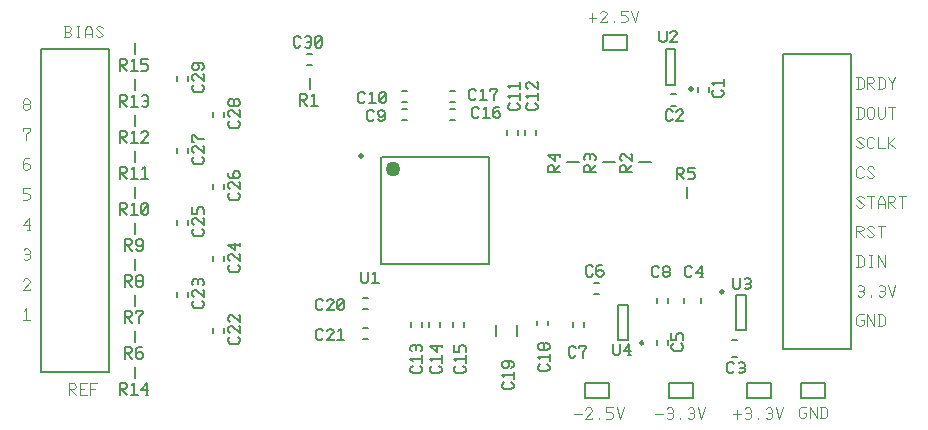
<source format=gbr>
G04 Generated by Ultiboard 14.2 *
%FSLAX24Y24*%
%MOIN*%

%ADD10C,0.0001*%
%ADD11C,0.0080*%
%ADD12C,0.0037*%
%ADD13C,0.0061*%
%ADD14C,0.0079*%
%ADD15C,0.0098*%
%ADD16C,0.01969*%
%ADD17C,0.05000*%


G04 ColorRGB FFFF00 for the following layer *
%LNSilkscreen Top*%
%LPD*%
G54D10*
G54D11*
X3708Y1652D02*
X3708Y2046D01*
X3865Y2046D01*
X3944Y1967D01*
X3944Y1928D01*
X3865Y1849D01*
X3708Y1849D01*
X3748Y1849D02*
X3944Y1652D01*
X4100Y1967D02*
X4179Y2046D01*
X4179Y1652D01*
X4061Y1652D02*
X4296Y1652D01*
X4649Y1809D02*
X4414Y1809D01*
X4610Y2046D01*
X4610Y1652D01*
X4571Y1652D02*
X4649Y1652D01*
X4200Y2597D02*
X4200Y2203D01*
X4200Y2597D01*
X4200Y2203D02*
X4200Y2203D01*
X4200Y2597D02*
X4200Y2597D01*
X3332Y2406D02*
X3332Y13194D01*
X1068Y13194D01*
X1068Y2406D01*
X3332Y2406D01*
X3885Y2852D02*
X3885Y3246D01*
X4042Y3246D01*
X4120Y3167D01*
X4120Y3128D01*
X4042Y3049D01*
X3885Y3049D01*
X3924Y3049D02*
X4120Y2852D01*
X4434Y3246D02*
X4316Y3246D01*
X4238Y3167D01*
X4238Y3009D01*
X4238Y2931D01*
X4316Y2852D01*
X4394Y2852D01*
X4473Y2931D01*
X4473Y3009D01*
X4394Y3088D01*
X4316Y3088D01*
X4238Y3009D01*
X4200Y3797D02*
X4200Y3403D01*
X4200Y3797D01*
X4200Y3403D02*
X4200Y3403D01*
X4200Y3797D02*
X4200Y3797D01*
X7626Y3595D02*
X7705Y3517D01*
X7705Y3438D01*
X7626Y3359D01*
X7390Y3359D01*
X7311Y3438D01*
X7311Y3517D01*
X7390Y3595D01*
X7390Y3713D02*
X7311Y3792D01*
X7311Y3871D01*
X7390Y3950D01*
X7429Y3950D01*
X7705Y3713D01*
X7705Y3950D01*
X7665Y3950D01*
X7390Y4068D02*
X7311Y4146D01*
X7311Y4225D01*
X7390Y4304D01*
X7429Y4304D01*
X7705Y4068D01*
X7705Y4304D01*
X7665Y4304D01*
X7189Y3721D02*
X7189Y3883D01*
X6815Y3721D02*
X6815Y3879D01*
X3885Y4052D02*
X3885Y4446D01*
X4042Y4446D01*
X4120Y4367D01*
X4120Y4328D01*
X4042Y4249D01*
X3885Y4249D01*
X3924Y4249D02*
X4120Y4052D01*
X4355Y4052D02*
X4355Y4249D01*
X4473Y4367D01*
X4473Y4446D01*
X4238Y4446D01*
X4238Y4367D01*
X4200Y4997D02*
X4200Y4603D01*
X4200Y4997D01*
X4200Y4603D02*
X4200Y4603D01*
X4200Y4997D02*
X4200Y4997D01*
X6426Y4795D02*
X6505Y4717D01*
X6505Y4638D01*
X6426Y4559D01*
X6190Y4559D01*
X6111Y4638D01*
X6111Y4717D01*
X6190Y4795D01*
X6190Y4913D02*
X6111Y4992D01*
X6111Y5071D01*
X6190Y5150D01*
X6229Y5150D01*
X6505Y4913D01*
X6505Y5150D01*
X6465Y5150D01*
X6150Y5307D02*
X6111Y5346D01*
X6111Y5425D01*
X6190Y5504D01*
X6269Y5504D01*
X6308Y5465D01*
X6347Y5504D01*
X6426Y5504D01*
X6505Y5425D01*
X6505Y5346D01*
X6465Y5307D01*
X6308Y5346D02*
X6308Y5465D01*
X5989Y4921D02*
X5989Y5083D01*
X5615Y4921D02*
X5615Y5079D01*
X3885Y5252D02*
X3885Y5646D01*
X4042Y5646D01*
X4120Y5567D01*
X4120Y5528D01*
X4042Y5449D01*
X3885Y5449D01*
X3924Y5449D02*
X4120Y5252D01*
X4394Y5252D02*
X4316Y5252D01*
X4238Y5331D01*
X4238Y5409D01*
X4277Y5449D01*
X4238Y5488D01*
X4238Y5567D01*
X4316Y5646D01*
X4394Y5646D01*
X4473Y5567D01*
X4473Y5488D01*
X4434Y5449D01*
X4473Y5409D01*
X4473Y5331D01*
X4394Y5252D01*
X4277Y5449D02*
X4434Y5449D01*
X4200Y6197D02*
X4200Y5803D01*
X4200Y6197D01*
X4200Y5803D02*
X4200Y5803D01*
X4200Y6197D02*
X4200Y6197D01*
X11739Y5761D02*
X11739Y5446D01*
X11818Y5367D01*
X11896Y5367D01*
X11974Y5446D01*
X11974Y5761D01*
X12131Y5682D02*
X12210Y5761D01*
X12210Y5367D01*
X12092Y5367D02*
X12327Y5367D01*
X15991Y9591D02*
X15991Y6009D01*
X12409Y6009D02*
X12409Y9572D01*
X15991Y6009D02*
X12409Y6009D01*
X12428Y9591D02*
X15991Y9591D01*
X7626Y5995D02*
X7705Y5917D01*
X7705Y5838D01*
X7626Y5759D01*
X7390Y5759D01*
X7311Y5838D01*
X7311Y5917D01*
X7390Y5995D01*
X7390Y6113D02*
X7311Y6192D01*
X7311Y6271D01*
X7390Y6350D01*
X7429Y6350D01*
X7705Y6113D01*
X7705Y6350D01*
X7665Y6350D01*
X7547Y6704D02*
X7547Y6468D01*
X7311Y6665D01*
X7705Y6665D01*
X7705Y6625D02*
X7705Y6704D01*
X7189Y6121D02*
X7189Y6283D01*
X6815Y6121D02*
X6815Y6279D01*
X3885Y6452D02*
X3885Y6846D01*
X4042Y6846D01*
X4120Y6767D01*
X4120Y6728D01*
X4042Y6649D01*
X3885Y6649D01*
X3924Y6649D02*
X4120Y6452D01*
X4238Y6531D02*
X4316Y6452D01*
X4394Y6452D01*
X4473Y6531D01*
X4473Y6688D01*
X4473Y6767D01*
X4394Y6846D01*
X4316Y6846D01*
X4238Y6767D01*
X4238Y6688D01*
X4316Y6609D01*
X4394Y6609D01*
X4473Y6688D01*
X4200Y7397D02*
X4200Y7003D01*
X4200Y7397D01*
X4200Y7003D02*
X4200Y7003D01*
X4200Y7397D02*
X4200Y7397D01*
X6426Y7195D02*
X6505Y7117D01*
X6505Y7038D01*
X6426Y6959D01*
X6190Y6959D01*
X6111Y7038D01*
X6111Y7117D01*
X6190Y7195D01*
X6190Y7313D02*
X6111Y7392D01*
X6111Y7471D01*
X6190Y7550D01*
X6229Y7550D01*
X6505Y7313D01*
X6505Y7550D01*
X6465Y7550D01*
X6111Y7904D02*
X6111Y7668D01*
X6269Y7668D01*
X6269Y7825D01*
X6347Y7904D01*
X6426Y7904D01*
X6505Y7825D01*
X6505Y7668D01*
X5989Y7321D02*
X5989Y7483D01*
X5615Y7321D02*
X5615Y7479D01*
X3708Y7652D02*
X3708Y8046D01*
X3865Y8046D01*
X3944Y7967D01*
X3944Y7928D01*
X3865Y7849D01*
X3708Y7849D01*
X3748Y7849D02*
X3944Y7652D01*
X4100Y7967D02*
X4179Y8046D01*
X4179Y7652D01*
X4061Y7652D02*
X4296Y7652D01*
X4414Y7967D02*
X4492Y8046D01*
X4571Y8046D01*
X4649Y7967D01*
X4649Y7731D01*
X4571Y7652D01*
X4492Y7652D01*
X4414Y7731D01*
X4414Y7967D01*
X4649Y7967D02*
X4414Y7731D01*
X4200Y8597D02*
X4200Y8203D01*
X4200Y8597D01*
X4200Y8203D02*
X4200Y8203D01*
X4200Y8597D02*
X4200Y8597D01*
X7626Y8395D02*
X7705Y8317D01*
X7705Y8238D01*
X7626Y8159D01*
X7390Y8159D01*
X7311Y8238D01*
X7311Y8317D01*
X7390Y8395D01*
X7390Y8513D02*
X7311Y8592D01*
X7311Y8671D01*
X7390Y8750D01*
X7429Y8750D01*
X7705Y8513D01*
X7705Y8750D01*
X7665Y8750D01*
X7311Y9065D02*
X7311Y8946D01*
X7390Y8868D01*
X7547Y8868D01*
X7626Y8868D01*
X7705Y8946D01*
X7705Y9025D01*
X7626Y9104D01*
X7547Y9104D01*
X7469Y9025D01*
X7469Y8946D01*
X7547Y8868D01*
X7189Y8521D02*
X7189Y8683D01*
X6815Y8521D02*
X6815Y8679D01*
X22288Y8833D02*
X22288Y9227D01*
X22445Y9227D01*
X22523Y9148D01*
X22523Y9109D01*
X22445Y9030D01*
X22288Y9030D01*
X22327Y9030D02*
X22523Y8833D01*
X22876Y9227D02*
X22641Y9227D01*
X22641Y9069D01*
X22798Y9069D01*
X22876Y8991D01*
X22876Y8912D01*
X22798Y8833D01*
X22641Y8833D01*
X22600Y8203D02*
X22600Y8597D01*
X22600Y8203D01*
X22600Y8597D02*
X22600Y8597D01*
X22600Y8203D02*
X22600Y8203D01*
X3708Y8852D02*
X3708Y9246D01*
X3865Y9246D01*
X3944Y9167D01*
X3944Y9128D01*
X3865Y9049D01*
X3708Y9049D01*
X3748Y9049D02*
X3944Y8852D01*
X4100Y9167D02*
X4179Y9246D01*
X4179Y8852D01*
X4061Y8852D02*
X4296Y8852D01*
X4453Y9167D02*
X4532Y9246D01*
X4532Y8852D01*
X4414Y8852D02*
X4649Y8852D01*
X4200Y9797D02*
X4200Y9403D01*
X4200Y9797D01*
X4200Y9403D02*
X4200Y9403D01*
X4200Y9797D02*
X4200Y9797D01*
X6426Y9595D02*
X6505Y9517D01*
X6505Y9438D01*
X6426Y9359D01*
X6190Y9359D01*
X6111Y9438D01*
X6111Y9517D01*
X6190Y9595D01*
X6190Y9713D02*
X6111Y9792D01*
X6111Y9871D01*
X6190Y9950D01*
X6229Y9950D01*
X6505Y9713D01*
X6505Y9950D01*
X6465Y9950D01*
X6505Y10186D02*
X6308Y10186D01*
X6190Y10304D01*
X6111Y10304D01*
X6111Y10068D01*
X6190Y10068D01*
X5989Y9721D02*
X5989Y9883D01*
X5615Y9721D02*
X5615Y9879D01*
X18367Y9088D02*
X17973Y9088D01*
X17973Y9245D01*
X18052Y9323D01*
X18091Y9323D01*
X18170Y9245D01*
X18170Y9088D01*
X18170Y9127D02*
X18367Y9323D01*
X18209Y9676D02*
X18209Y9441D01*
X17973Y9637D01*
X18367Y9637D01*
X18367Y9598D02*
X18367Y9676D01*
X18997Y9400D02*
X18603Y9400D01*
X18997Y9400D01*
X18603Y9400D02*
X18603Y9400D01*
X18997Y9400D02*
X18997Y9400D01*
X19567Y9088D02*
X19173Y9088D01*
X19173Y9245D01*
X19252Y9323D01*
X19291Y9323D01*
X19370Y9245D01*
X19370Y9088D01*
X19370Y9127D02*
X19567Y9323D01*
X19213Y9480D02*
X19173Y9519D01*
X19173Y9598D01*
X19252Y9676D01*
X19331Y9676D01*
X19370Y9637D01*
X19409Y9676D01*
X19488Y9676D01*
X19567Y9598D01*
X19567Y9519D01*
X19528Y9480D01*
X19370Y9519D02*
X19370Y9637D01*
X20197Y9400D02*
X19803Y9400D01*
X20197Y9400D01*
X19803Y9400D02*
X19803Y9400D01*
X20197Y9400D02*
X20197Y9400D01*
X20767Y9088D02*
X20373Y9088D01*
X20373Y9245D01*
X20452Y9323D01*
X20491Y9323D01*
X20570Y9245D01*
X20570Y9088D01*
X20570Y9127D02*
X20767Y9323D01*
X20452Y9441D02*
X20373Y9519D01*
X20373Y9598D01*
X20452Y9676D01*
X20491Y9676D01*
X20767Y9441D01*
X20767Y9676D01*
X20728Y9676D01*
X21397Y9400D02*
X21003Y9400D01*
X21397Y9400D01*
X21003Y9400D02*
X21003Y9400D01*
X21397Y9400D02*
X21397Y9400D01*
X3708Y10052D02*
X3708Y10446D01*
X3865Y10446D01*
X3944Y10367D01*
X3944Y10328D01*
X3865Y10249D01*
X3708Y10249D01*
X3748Y10249D02*
X3944Y10052D01*
X4100Y10367D02*
X4179Y10446D01*
X4179Y10052D01*
X4061Y10052D02*
X4296Y10052D01*
X4414Y10367D02*
X4492Y10446D01*
X4571Y10446D01*
X4649Y10367D01*
X4649Y10328D01*
X4414Y10052D01*
X4649Y10052D01*
X4649Y10091D01*
X4200Y10997D02*
X4200Y10603D01*
X4200Y10997D01*
X4200Y10603D02*
X4200Y10603D01*
X4200Y10997D02*
X4200Y10997D01*
X7626Y10795D02*
X7705Y10717D01*
X7705Y10638D01*
X7626Y10559D01*
X7390Y10559D01*
X7311Y10638D01*
X7311Y10717D01*
X7390Y10795D01*
X7390Y10913D02*
X7311Y10992D01*
X7311Y11071D01*
X7390Y11150D01*
X7429Y11150D01*
X7705Y10913D01*
X7705Y11150D01*
X7665Y11150D01*
X7705Y11425D02*
X7705Y11346D01*
X7626Y11268D01*
X7547Y11268D01*
X7508Y11307D01*
X7469Y11268D01*
X7390Y11268D01*
X7311Y11346D01*
X7311Y11425D01*
X7390Y11504D01*
X7469Y11504D01*
X7508Y11465D01*
X7547Y11504D01*
X7626Y11504D01*
X7705Y11425D01*
X7508Y11307D02*
X7508Y11465D01*
X7189Y10921D02*
X7189Y11083D01*
X6815Y10921D02*
X6815Y11079D01*
X3708Y11252D02*
X3708Y11646D01*
X3865Y11646D01*
X3944Y11567D01*
X3944Y11528D01*
X3865Y11449D01*
X3708Y11449D01*
X3748Y11449D02*
X3944Y11252D01*
X4100Y11567D02*
X4179Y11646D01*
X4179Y11252D01*
X4061Y11252D02*
X4296Y11252D01*
X4453Y11606D02*
X4492Y11646D01*
X4571Y11646D01*
X4649Y11567D01*
X4649Y11488D01*
X4610Y11449D01*
X4649Y11409D01*
X4649Y11331D01*
X4571Y11252D01*
X4492Y11252D01*
X4453Y11291D01*
X4492Y11449D02*
X4610Y11449D01*
X4200Y12197D02*
X4200Y11803D01*
X4200Y12197D01*
X4200Y11803D02*
X4200Y11803D01*
X4200Y12197D02*
X4200Y12197D01*
X6426Y11995D02*
X6505Y11917D01*
X6505Y11838D01*
X6426Y11759D01*
X6190Y11759D01*
X6111Y11838D01*
X6111Y11917D01*
X6190Y11995D01*
X6190Y12113D02*
X6111Y12192D01*
X6111Y12271D01*
X6190Y12350D01*
X6229Y12350D01*
X6505Y12113D01*
X6505Y12350D01*
X6465Y12350D01*
X6426Y12468D02*
X6505Y12546D01*
X6505Y12625D01*
X6426Y12704D01*
X6269Y12704D01*
X6190Y12704D01*
X6111Y12625D01*
X6111Y12546D01*
X6190Y12468D01*
X6269Y12468D01*
X6347Y12546D01*
X6347Y12625D01*
X6269Y12704D01*
X5989Y12121D02*
X5989Y12283D01*
X5615Y12121D02*
X5615Y12279D01*
X9720Y11287D02*
X9720Y11681D01*
X9877Y11681D01*
X9955Y11602D01*
X9955Y11562D01*
X9877Y11484D01*
X9720Y11484D01*
X9759Y11484D02*
X9955Y11287D01*
X10112Y11602D02*
X10190Y11681D01*
X10190Y11287D01*
X10073Y11287D02*
X10308Y11287D01*
X10035Y12232D02*
X10035Y11838D01*
X10035Y12232D01*
X10035Y11838D02*
X10035Y11838D01*
X10035Y12232D02*
X10035Y12232D01*
X3708Y12452D02*
X3708Y12846D01*
X3865Y12846D01*
X3944Y12767D01*
X3944Y12728D01*
X3865Y12649D01*
X3708Y12649D01*
X3748Y12649D02*
X3944Y12452D01*
X4100Y12767D02*
X4179Y12846D01*
X4179Y12452D01*
X4061Y12452D02*
X4296Y12452D01*
X4649Y12846D02*
X4414Y12846D01*
X4414Y12688D01*
X4571Y12688D01*
X4649Y12609D01*
X4649Y12531D01*
X4571Y12452D01*
X4414Y12452D01*
X4200Y13397D02*
X4200Y13003D01*
X4200Y13397D01*
X4200Y13003D02*
X4200Y13003D01*
X4200Y13397D02*
X4200Y13397D01*
X9728Y13303D02*
X9649Y13225D01*
X9570Y13225D01*
X9492Y13303D01*
X9492Y13540D01*
X9570Y13618D01*
X9649Y13618D01*
X9728Y13540D01*
X9885Y13579D02*
X9925Y13618D01*
X10003Y13618D01*
X10082Y13540D01*
X10082Y13461D01*
X10043Y13422D01*
X10082Y13382D01*
X10082Y13303D01*
X10003Y13225D01*
X9925Y13225D01*
X9885Y13264D01*
X9925Y13422D02*
X10043Y13422D01*
X10200Y13540D02*
X10279Y13618D01*
X10358Y13618D01*
X10436Y13540D01*
X10436Y13303D01*
X10358Y13225D01*
X10279Y13225D01*
X10200Y13303D01*
X10200Y13540D01*
X10436Y13540D02*
X10200Y13303D01*
X10114Y13024D02*
X9952Y13024D01*
X10114Y12650D02*
X9956Y12650D01*
X19806Y13164D02*
X20594Y13164D01*
X20594Y13636D01*
X19806Y13636D01*
X19806Y13164D01*
X19206Y1564D02*
X19994Y1564D01*
X19994Y2036D01*
X19206Y2036D01*
X19206Y1564D01*
X22006Y1564D02*
X22794Y1564D01*
X22794Y2036D01*
X22006Y2036D01*
X22006Y1564D01*
X24606Y1564D02*
X25394Y1564D01*
X25394Y2036D01*
X24606Y2036D01*
X24606Y1564D01*
X24176Y2446D02*
X24097Y2367D01*
X24018Y2367D01*
X23939Y2446D01*
X23939Y2682D01*
X24018Y2761D01*
X24097Y2761D01*
X24176Y2682D01*
X24333Y2721D02*
X24372Y2761D01*
X24451Y2761D01*
X24530Y2682D01*
X24530Y2603D01*
X24491Y2564D01*
X24530Y2524D01*
X24530Y2446D01*
X24451Y2367D01*
X24372Y2367D01*
X24333Y2406D01*
X24372Y2564D02*
X24491Y2564D01*
X24279Y3487D02*
X24121Y3487D01*
X24279Y2913D02*
X24121Y2913D01*
X18897Y2976D02*
X18818Y2897D01*
X18739Y2897D01*
X18661Y2976D01*
X18661Y3212D01*
X18739Y3291D01*
X18818Y3291D01*
X18897Y3212D01*
X19133Y2897D02*
X19133Y3094D01*
X19251Y3212D01*
X19251Y3291D01*
X19015Y3291D01*
X19015Y3212D01*
X19189Y3921D02*
X19189Y4083D01*
X18815Y3921D02*
X18815Y4079D01*
X21676Y5646D02*
X21597Y5567D01*
X21518Y5567D01*
X21439Y5646D01*
X21439Y5882D01*
X21518Y5961D01*
X21597Y5961D01*
X21676Y5882D01*
X21951Y5567D02*
X21872Y5567D01*
X21794Y5646D01*
X21794Y5724D01*
X21833Y5764D01*
X21794Y5803D01*
X21794Y5882D01*
X21872Y5961D01*
X21951Y5961D01*
X22030Y5882D01*
X22030Y5803D01*
X21991Y5764D01*
X22030Y5724D01*
X22030Y5646D01*
X21951Y5567D01*
X21833Y5764D02*
X21991Y5764D01*
X21989Y4721D02*
X21989Y4883D01*
X21615Y4721D02*
X21615Y4879D01*
X22776Y5646D02*
X22697Y5567D01*
X22618Y5567D01*
X22539Y5646D01*
X22539Y5882D01*
X22618Y5961D01*
X22697Y5961D01*
X22776Y5882D01*
X23130Y5724D02*
X22894Y5724D01*
X23091Y5961D01*
X23091Y5567D01*
X23051Y5567D02*
X23130Y5567D01*
X23087Y4721D02*
X23087Y4879D01*
X22513Y4721D02*
X22513Y4879D01*
X19470Y5669D02*
X19391Y5590D01*
X19313Y5590D01*
X19234Y5669D01*
X19234Y5905D01*
X19313Y5983D01*
X19391Y5983D01*
X19470Y5905D01*
X19785Y5983D02*
X19667Y5983D01*
X19588Y5905D01*
X19588Y5747D01*
X19588Y5669D01*
X19667Y5590D01*
X19746Y5590D01*
X19824Y5669D01*
X19824Y5747D01*
X19746Y5826D01*
X19667Y5826D01*
X19588Y5747D01*
X19679Y5389D02*
X19517Y5389D01*
X19679Y5015D02*
X19521Y5015D01*
X22130Y10859D02*
X22051Y10780D01*
X21972Y10780D01*
X21894Y10859D01*
X21894Y11095D01*
X21972Y11174D01*
X22051Y11174D01*
X22130Y11095D01*
X22248Y11095D02*
X22327Y11174D01*
X22406Y11174D01*
X22484Y11095D01*
X22484Y11056D01*
X22248Y10780D01*
X22484Y10780D01*
X22484Y10819D01*
X22079Y11296D02*
X22240Y11296D01*
X22079Y11670D02*
X22236Y11670D01*
X21690Y13796D02*
X21690Y13481D01*
X21769Y13403D01*
X21847Y13403D01*
X21926Y13481D01*
X21926Y13796D01*
X22043Y13718D02*
X22122Y13796D01*
X22200Y13796D01*
X22278Y13718D01*
X22278Y13678D01*
X22043Y13403D01*
X22278Y13403D01*
X22278Y13442D01*
X22214Y11993D02*
X22214Y13174D01*
X21899Y13174D02*
X21899Y11993D01*
X22214Y13174D02*
X21899Y13174D01*
X21899Y11993D02*
X22214Y11993D01*
X23754Y11830D02*
X23833Y11751D01*
X23833Y11672D01*
X23754Y11594D01*
X23518Y11594D01*
X23439Y11672D01*
X23439Y11751D01*
X23518Y11830D01*
X23518Y11987D02*
X23439Y12066D01*
X23833Y12066D01*
X23833Y11948D02*
X23833Y12184D01*
X22969Y11918D02*
X22969Y11756D01*
X23343Y11918D02*
X23343Y11760D01*
X25800Y13000D02*
X25800Y3197D01*
X28064Y13000D02*
X25800Y13000D01*
X28064Y3197D02*
X28064Y13000D01*
X25800Y3197D02*
X28064Y3197D01*
X17554Y11376D02*
X17633Y11297D01*
X17633Y11218D01*
X17554Y11139D01*
X17318Y11139D01*
X17239Y11218D01*
X17239Y11297D01*
X17318Y11376D01*
X17318Y11533D02*
X17239Y11612D01*
X17633Y11612D01*
X17633Y11494D02*
X17633Y11730D01*
X17318Y11848D02*
X17239Y11927D01*
X17239Y12006D01*
X17318Y12084D01*
X17357Y12084D01*
X17633Y11848D01*
X17633Y12084D01*
X17594Y12084D01*
X17589Y10321D02*
X17589Y10483D01*
X17215Y10321D02*
X17215Y10479D01*
X16954Y11376D02*
X17033Y11297D01*
X17033Y11218D01*
X16954Y11139D01*
X16718Y11139D01*
X16639Y11218D01*
X16639Y11297D01*
X16718Y11376D01*
X16718Y11533D02*
X16639Y11612D01*
X17033Y11612D01*
X17033Y11494D02*
X17033Y11730D01*
X16718Y11887D02*
X16639Y11966D01*
X17033Y11966D01*
X17033Y11848D02*
X17033Y12084D01*
X16989Y10321D02*
X16989Y10483D01*
X16615Y10321D02*
X16615Y10479D01*
X15676Y10946D02*
X15597Y10867D01*
X15518Y10867D01*
X15439Y10946D01*
X15439Y11182D01*
X15518Y11261D01*
X15597Y11261D01*
X15676Y11182D01*
X15833Y11182D02*
X15912Y11261D01*
X15912Y10867D01*
X15794Y10867D02*
X16030Y10867D01*
X16345Y11261D02*
X16227Y11261D01*
X16148Y11182D01*
X16148Y11024D01*
X16148Y10946D01*
X16227Y10867D01*
X16306Y10867D01*
X16384Y10946D01*
X16384Y11024D01*
X16306Y11103D01*
X16227Y11103D01*
X16148Y11024D01*
X14879Y11189D02*
X14717Y11189D01*
X14879Y10815D02*
X14721Y10815D01*
X15576Y11546D02*
X15497Y11467D01*
X15418Y11467D01*
X15339Y11546D01*
X15339Y11782D01*
X15418Y11861D01*
X15497Y11861D01*
X15576Y11782D01*
X15733Y11782D02*
X15812Y11861D01*
X15812Y11467D01*
X15694Y11467D02*
X15930Y11467D01*
X16166Y11467D02*
X16166Y11664D01*
X16284Y11782D01*
X16284Y11861D01*
X16048Y11861D01*
X16048Y11782D01*
X14879Y11789D02*
X14717Y11789D01*
X14879Y11415D02*
X14721Y11415D01*
X12176Y10846D02*
X12097Y10767D01*
X12018Y10767D01*
X11939Y10846D01*
X11939Y11082D01*
X12018Y11161D01*
X12097Y11161D01*
X12176Y11082D01*
X12294Y10846D02*
X12372Y10767D01*
X12451Y10767D01*
X12530Y10846D01*
X12530Y11003D01*
X12530Y11082D01*
X12451Y11161D01*
X12372Y11161D01*
X12294Y11082D01*
X12294Y11003D01*
X12372Y10924D01*
X12451Y10924D01*
X12530Y11003D01*
X13279Y11189D02*
X13117Y11189D01*
X13279Y10815D02*
X13121Y10815D01*
X11876Y11446D02*
X11797Y11367D01*
X11718Y11367D01*
X11639Y11446D01*
X11639Y11682D01*
X11718Y11761D01*
X11797Y11761D01*
X11876Y11682D01*
X12033Y11682D02*
X12112Y11761D01*
X12112Y11367D01*
X11994Y11367D02*
X12230Y11367D01*
X12348Y11682D02*
X12427Y11761D01*
X12506Y11761D01*
X12584Y11682D01*
X12584Y11446D01*
X12506Y11367D01*
X12427Y11367D01*
X12348Y11446D01*
X12348Y11682D01*
X12584Y11682D02*
X12348Y11446D01*
X13279Y11789D02*
X13117Y11789D01*
X13279Y11415D02*
X13121Y11415D01*
X15154Y2613D02*
X15233Y2534D01*
X15233Y2455D01*
X15154Y2376D01*
X14918Y2376D01*
X14839Y2455D01*
X14839Y2534D01*
X14918Y2613D01*
X14918Y2770D02*
X14839Y2849D01*
X15233Y2849D01*
X15233Y2731D02*
X15233Y2967D01*
X14839Y3321D02*
X14839Y3085D01*
X14997Y3085D01*
X14997Y3243D01*
X15076Y3321D01*
X15154Y3321D01*
X15233Y3243D01*
X15233Y3085D01*
X15189Y3921D02*
X15189Y4083D01*
X14815Y3921D02*
X14815Y4079D01*
X10476Y3546D02*
X10397Y3467D01*
X10318Y3467D01*
X10239Y3546D01*
X10239Y3782D01*
X10318Y3861D01*
X10397Y3861D01*
X10476Y3782D01*
X10594Y3782D02*
X10672Y3861D01*
X10751Y3861D01*
X10830Y3782D01*
X10830Y3743D01*
X10594Y3467D01*
X10830Y3467D01*
X10830Y3506D01*
X10987Y3782D02*
X11066Y3861D01*
X11066Y3467D01*
X10948Y3467D02*
X11184Y3467D01*
X11979Y3889D02*
X11817Y3889D01*
X11979Y3515D02*
X11821Y3515D01*
X10476Y4546D02*
X10397Y4467D01*
X10318Y4467D01*
X10239Y4546D01*
X10239Y4782D01*
X10318Y4861D01*
X10397Y4861D01*
X10476Y4782D01*
X10594Y4782D02*
X10672Y4861D01*
X10751Y4861D01*
X10830Y4782D01*
X10830Y4743D01*
X10594Y4467D01*
X10830Y4467D01*
X10830Y4506D01*
X10948Y4782D02*
X11027Y4861D01*
X11106Y4861D01*
X11184Y4782D01*
X11184Y4546D01*
X11106Y4467D01*
X11027Y4467D01*
X10948Y4546D01*
X10948Y4782D01*
X11184Y4782D02*
X10948Y4546D01*
X11979Y4889D02*
X11817Y4889D01*
X11979Y4515D02*
X11821Y4515D01*
X16754Y2076D02*
X16833Y1997D01*
X16833Y1918D01*
X16754Y1839D01*
X16518Y1839D01*
X16439Y1918D01*
X16439Y1997D01*
X16518Y2076D01*
X16518Y2233D02*
X16439Y2312D01*
X16833Y2312D01*
X16833Y2194D02*
X16833Y2430D01*
X16754Y2548D02*
X16833Y2627D01*
X16833Y2706D01*
X16754Y2784D01*
X16597Y2784D01*
X16518Y2784D01*
X16439Y2706D01*
X16439Y2627D01*
X16518Y2548D01*
X16597Y2548D01*
X16676Y2627D01*
X16676Y2706D01*
X16597Y2784D01*
X16954Y3603D02*
X16954Y3997D01*
X16246Y3603D02*
X16246Y3997D01*
X17954Y2676D02*
X18033Y2597D01*
X18033Y2518D01*
X17954Y2439D01*
X17718Y2439D01*
X17639Y2518D01*
X17639Y2597D01*
X17718Y2676D01*
X17718Y2833D02*
X17639Y2912D01*
X18033Y2912D01*
X18033Y2794D02*
X18033Y3030D01*
X18033Y3306D02*
X18033Y3227D01*
X17954Y3148D01*
X17876Y3148D01*
X17836Y3187D01*
X17797Y3148D01*
X17718Y3148D01*
X17639Y3227D01*
X17639Y3306D01*
X17718Y3384D01*
X17797Y3384D01*
X17836Y3345D01*
X17876Y3384D01*
X17954Y3384D01*
X18033Y3306D01*
X17836Y3187D02*
X17836Y3345D01*
X17989Y3967D02*
X17989Y4128D01*
X17615Y3967D02*
X17615Y4124D01*
X22403Y3367D02*
X22482Y3288D01*
X22482Y3209D01*
X22403Y3131D01*
X22167Y3131D01*
X22088Y3209D01*
X22088Y3288D01*
X22167Y3367D01*
X22088Y3721D02*
X22088Y3485D01*
X22246Y3485D01*
X22246Y3643D01*
X22324Y3721D01*
X22403Y3721D01*
X22482Y3643D01*
X22482Y3485D01*
X21611Y3479D02*
X21611Y3317D01*
X21985Y3479D02*
X21985Y3321D01*
X13703Y2613D02*
X13782Y2534D01*
X13782Y2455D01*
X13703Y2376D01*
X13467Y2376D01*
X13388Y2455D01*
X13388Y2534D01*
X13467Y2613D01*
X13467Y2770D02*
X13388Y2849D01*
X13782Y2849D01*
X13782Y2731D02*
X13782Y2967D01*
X13428Y3124D02*
X13388Y3164D01*
X13388Y3243D01*
X13467Y3321D01*
X13546Y3321D01*
X13585Y3282D01*
X13624Y3321D01*
X13703Y3321D01*
X13782Y3243D01*
X13782Y3164D01*
X13743Y3124D01*
X13585Y3164D02*
X13585Y3282D01*
X13789Y3921D02*
X13789Y4083D01*
X13415Y3921D02*
X13415Y4079D01*
X14354Y2613D02*
X14433Y2534D01*
X14433Y2455D01*
X14354Y2376D01*
X14118Y2376D01*
X14039Y2455D01*
X14039Y2534D01*
X14118Y2613D01*
X14118Y2770D02*
X14039Y2849D01*
X14433Y2849D01*
X14433Y2731D02*
X14433Y2967D01*
X14276Y3321D02*
X14276Y3085D01*
X14039Y3282D01*
X14433Y3282D01*
X14433Y3243D02*
X14433Y3321D01*
X14389Y3921D02*
X14389Y4083D01*
X14015Y3921D02*
X14015Y4079D01*
X26406Y1564D02*
X27194Y1564D01*
X27194Y2036D01*
X26406Y2036D01*
X26406Y1564D01*
G54D12*
X19339Y14224D02*
X19574Y14224D01*
X19457Y14382D02*
X19457Y14067D01*
X19692Y14382D02*
X19770Y14461D01*
X19849Y14461D01*
X19927Y14382D01*
X19927Y14343D01*
X19692Y14067D01*
X19927Y14067D01*
X19927Y14106D01*
X20162Y14067D02*
X20162Y14106D01*
X20633Y14461D02*
X20397Y14461D01*
X20397Y14303D01*
X20554Y14303D01*
X20633Y14224D01*
X20633Y14146D01*
X20554Y14067D01*
X20397Y14067D01*
X20750Y14461D02*
X20868Y14067D01*
X20985Y14461D01*
X18857Y1000D02*
X19092Y1000D01*
X19210Y1157D02*
X19288Y1236D01*
X19367Y1236D01*
X19445Y1157D01*
X19445Y1118D01*
X19210Y843D01*
X19445Y843D01*
X19445Y882D01*
X19680Y843D02*
X19680Y882D01*
X20151Y1236D02*
X19916Y1236D01*
X19916Y1079D01*
X20072Y1079D01*
X20151Y1000D01*
X20151Y921D01*
X20072Y843D01*
X19916Y843D01*
X20268Y1236D02*
X20386Y843D01*
X20503Y1236D01*
X21557Y1000D02*
X21792Y1000D01*
X21949Y1197D02*
X21988Y1236D01*
X22067Y1236D01*
X22145Y1157D01*
X22145Y1079D01*
X22106Y1039D01*
X22145Y1000D01*
X22145Y921D01*
X22067Y843D01*
X21988Y843D01*
X21949Y882D01*
X21988Y1039D02*
X22106Y1039D01*
X22380Y843D02*
X22380Y882D01*
X22655Y1197D02*
X22694Y1236D01*
X22772Y1236D01*
X22851Y1157D01*
X22851Y1079D01*
X22812Y1039D01*
X22851Y1000D01*
X22851Y921D01*
X22772Y843D01*
X22694Y843D01*
X22655Y882D01*
X22694Y1039D02*
X22812Y1039D01*
X22968Y1236D02*
X23086Y843D01*
X23203Y1236D01*
X24157Y1000D02*
X24392Y1000D01*
X24275Y1157D02*
X24275Y843D01*
X24549Y1197D02*
X24588Y1236D01*
X24667Y1236D01*
X24745Y1157D01*
X24745Y1079D01*
X24706Y1039D01*
X24745Y1000D01*
X24745Y921D01*
X24667Y843D01*
X24588Y843D01*
X24549Y882D01*
X24588Y1039D02*
X24706Y1039D01*
X24980Y843D02*
X24980Y882D01*
X25255Y1197D02*
X25294Y1236D01*
X25372Y1236D01*
X25451Y1157D01*
X25451Y1079D01*
X25412Y1039D01*
X25451Y1000D01*
X25451Y921D01*
X25372Y843D01*
X25294Y843D01*
X25255Y882D01*
X25294Y1039D02*
X25412Y1039D01*
X25568Y1236D02*
X25686Y843D01*
X25803Y1236D01*
X28414Y4139D02*
X28492Y4139D01*
X28492Y4021D01*
X28414Y3943D01*
X28336Y3943D01*
X28257Y4021D01*
X28257Y4257D01*
X28336Y4336D01*
X28492Y4336D01*
X28610Y3943D02*
X28610Y4336D01*
X28845Y3943D01*
X28845Y4336D01*
X28963Y3943D02*
X29120Y3943D01*
X29198Y4021D01*
X29198Y4257D01*
X29120Y4336D01*
X28963Y4336D01*
X29002Y4336D02*
X29002Y3943D01*
X28257Y11843D02*
X28414Y11843D01*
X28492Y11921D01*
X28492Y12157D01*
X28414Y12236D01*
X28257Y12236D01*
X28297Y12236D02*
X28297Y11843D01*
X28610Y11843D02*
X28610Y12236D01*
X28767Y12236D01*
X28845Y12157D01*
X28845Y12118D01*
X28767Y12039D01*
X28610Y12039D01*
X28649Y12039D02*
X28845Y11843D01*
X28963Y11843D02*
X29120Y11843D01*
X29198Y11921D01*
X29198Y12157D01*
X29120Y12236D01*
X28963Y12236D01*
X29002Y12236D02*
X29002Y11843D01*
X29316Y12236D02*
X29433Y12039D01*
X29551Y12236D01*
X29433Y12039D02*
X29433Y11843D01*
X502Y4457D02*
X580Y4536D01*
X580Y4143D01*
X463Y4143D02*
X698Y4143D01*
X502Y6497D02*
X541Y6536D01*
X620Y6536D01*
X698Y6457D01*
X698Y6379D01*
X659Y6339D01*
X698Y6300D01*
X698Y6221D01*
X620Y6143D01*
X541Y6143D01*
X502Y6182D01*
X541Y6339D02*
X659Y6339D01*
X698Y7300D02*
X463Y7300D01*
X659Y7536D01*
X659Y7143D01*
X620Y7143D02*
X698Y7143D01*
X698Y8536D02*
X463Y8536D01*
X463Y8379D01*
X620Y8379D01*
X698Y8300D01*
X698Y8221D01*
X620Y8143D01*
X463Y8143D01*
X659Y9536D02*
X541Y9536D01*
X463Y9457D01*
X463Y9300D01*
X463Y9221D01*
X541Y9143D01*
X620Y9143D01*
X698Y9221D01*
X698Y9300D01*
X620Y9379D01*
X541Y9379D01*
X463Y9300D01*
X580Y10143D02*
X580Y10339D01*
X698Y10457D01*
X698Y10536D01*
X463Y10536D01*
X463Y10457D01*
X620Y11143D02*
X541Y11143D01*
X463Y11221D01*
X463Y11300D01*
X502Y11339D01*
X463Y11379D01*
X463Y11457D01*
X541Y11536D01*
X620Y11536D01*
X698Y11457D01*
X698Y11379D01*
X659Y11339D01*
X698Y11300D01*
X698Y11221D01*
X620Y11143D01*
X502Y11339D02*
X659Y11339D01*
X2010Y1643D02*
X2010Y2036D01*
X2167Y2036D01*
X2245Y1957D01*
X2245Y1918D01*
X2167Y1839D01*
X2010Y1839D01*
X2049Y1839D02*
X2245Y1643D01*
X2598Y1643D02*
X2363Y1643D01*
X2363Y1839D01*
X2363Y2036D01*
X2598Y2036D01*
X2363Y1839D02*
X2520Y1839D01*
X2716Y1643D02*
X2716Y2036D01*
X2951Y2036D01*
X2716Y1839D02*
X2872Y1839D01*
X463Y5457D02*
X541Y5536D01*
X620Y5536D01*
X698Y5457D01*
X698Y5418D01*
X463Y5143D01*
X698Y5143D01*
X698Y5182D01*
X28297Y5284D02*
X28336Y5324D01*
X28414Y5324D01*
X28492Y5245D01*
X28492Y5166D01*
X28453Y5127D01*
X28492Y5088D01*
X28492Y5009D01*
X28414Y4930D01*
X28336Y4930D01*
X28297Y4969D01*
X28336Y5127D02*
X28453Y5127D01*
X28728Y4930D02*
X28728Y4969D01*
X29002Y5284D02*
X29041Y5324D01*
X29120Y5324D01*
X29198Y5245D01*
X29198Y5166D01*
X29159Y5127D01*
X29198Y5088D01*
X29198Y5009D01*
X29120Y4930D01*
X29041Y4930D01*
X29002Y4969D01*
X29041Y5127D02*
X29159Y5127D01*
X29316Y5324D02*
X29433Y4930D01*
X29551Y5324D01*
X28257Y5918D02*
X28414Y5918D01*
X28492Y5996D01*
X28492Y6232D01*
X28414Y6311D01*
X28257Y6311D01*
X28297Y6311D02*
X28297Y5918D01*
X28688Y5918D02*
X28767Y5918D01*
X28688Y6311D02*
X28767Y6311D01*
X28728Y5918D02*
X28728Y6311D01*
X28963Y5918D02*
X28963Y6311D01*
X29198Y5918D01*
X29198Y6311D01*
X28257Y6905D02*
X28257Y7299D01*
X28414Y7299D01*
X28492Y7220D01*
X28492Y7181D01*
X28414Y7102D01*
X28257Y7102D01*
X28297Y7102D02*
X28492Y6905D01*
X28610Y6984D02*
X28688Y6905D01*
X28767Y6905D01*
X28845Y6984D01*
X28610Y7220D01*
X28688Y7299D01*
X28767Y7299D01*
X28845Y7220D01*
X29080Y6905D02*
X29080Y7299D01*
X28963Y7299D02*
X29198Y7299D01*
X28257Y7971D02*
X28336Y7893D01*
X28414Y7893D01*
X28492Y7971D01*
X28257Y8207D01*
X28336Y8286D01*
X28414Y8286D01*
X28492Y8207D01*
X28728Y7893D02*
X28728Y8286D01*
X28610Y8286D02*
X28845Y8286D01*
X28963Y7893D02*
X28963Y8129D01*
X29041Y8286D01*
X29120Y8286D01*
X29198Y8129D01*
X29198Y7893D01*
X28963Y8011D02*
X29198Y8011D01*
X29316Y7893D02*
X29316Y8286D01*
X29472Y8286D01*
X29551Y8207D01*
X29551Y8168D01*
X29472Y8089D01*
X29316Y8089D01*
X29355Y8089D02*
X29551Y7893D01*
X29786Y7893D02*
X29786Y8286D01*
X29668Y8286D02*
X29903Y8286D01*
X28492Y8959D02*
X28414Y8880D01*
X28336Y8880D01*
X28257Y8959D01*
X28257Y9195D01*
X28336Y9274D01*
X28414Y9274D01*
X28492Y9195D01*
X28610Y8959D02*
X28688Y8880D01*
X28767Y8880D01*
X28845Y8959D01*
X28610Y9195D01*
X28688Y9274D01*
X28767Y9274D01*
X28845Y9195D01*
X28257Y9946D02*
X28336Y9868D01*
X28414Y9868D01*
X28492Y9946D01*
X28257Y10182D01*
X28336Y10261D01*
X28414Y10261D01*
X28492Y10182D01*
X28845Y9946D02*
X28767Y9868D01*
X28688Y9868D01*
X28610Y9946D01*
X28610Y10182D01*
X28688Y10261D01*
X28767Y10261D01*
X28845Y10182D01*
X28963Y10261D02*
X28963Y9868D01*
X29198Y9868D01*
X29316Y9868D02*
X29316Y10261D01*
X29316Y10064D02*
X29355Y10064D01*
X29551Y10261D01*
X29355Y10064D02*
X29551Y9868D01*
X28257Y10855D02*
X28414Y10855D01*
X28492Y10934D01*
X28492Y11170D01*
X28414Y11249D01*
X28257Y11249D01*
X28297Y11249D02*
X28297Y10855D01*
X28610Y10934D02*
X28688Y10855D01*
X28767Y10855D01*
X28845Y10934D01*
X28845Y11170D01*
X28767Y11249D01*
X28688Y11249D01*
X28610Y11170D01*
X28610Y10934D01*
X28963Y11249D02*
X28963Y10934D01*
X29041Y10855D01*
X29120Y10855D01*
X29198Y10934D01*
X29198Y11249D01*
X29433Y10855D02*
X29433Y11249D01*
X29316Y11249D02*
X29551Y11249D01*
X26496Y1064D02*
X26574Y1064D01*
X26574Y946D01*
X26496Y867D01*
X26418Y867D01*
X26339Y946D01*
X26339Y1182D01*
X26418Y1261D01*
X26574Y1261D01*
X26692Y867D02*
X26692Y1261D01*
X26927Y867D01*
X26927Y1261D01*
X27045Y867D02*
X27201Y867D01*
X27280Y946D01*
X27280Y1182D01*
X27201Y1261D01*
X27045Y1261D01*
X27084Y1261D02*
X27084Y867D01*
X1839Y13567D02*
X1996Y13567D01*
X2074Y13646D01*
X2074Y13685D01*
X1996Y13764D01*
X2074Y13843D01*
X2074Y13882D01*
X1996Y13961D01*
X1878Y13961D01*
X1839Y13961D01*
X1878Y13764D02*
X1996Y13764D01*
X1878Y13961D02*
X1878Y13567D01*
X2270Y13567D02*
X2349Y13567D01*
X2270Y13961D02*
X2349Y13961D01*
X2310Y13567D02*
X2310Y13961D01*
X2545Y13567D02*
X2545Y13803D01*
X2623Y13961D01*
X2701Y13961D01*
X2780Y13803D01*
X2780Y13567D01*
X2545Y13685D02*
X2780Y13685D01*
X2897Y13646D02*
X2976Y13567D01*
X3054Y13567D01*
X3133Y13646D01*
X2897Y13882D01*
X2976Y13961D01*
X3054Y13961D01*
X3133Y13882D01*
G54D13*
X20139Y3361D02*
X20139Y3046D01*
X20218Y2967D01*
X20296Y2967D01*
X20374Y3046D01*
X20374Y3361D01*
X20727Y3124D02*
X20492Y3124D01*
X20688Y3361D01*
X20688Y2967D01*
X20649Y2967D02*
X20727Y2967D01*
X24139Y5561D02*
X24139Y5246D01*
X24218Y5167D01*
X24296Y5167D01*
X24374Y5246D01*
X24374Y5561D01*
X24531Y5521D02*
X24570Y5561D01*
X24649Y5561D01*
X24727Y5482D01*
X24727Y5403D01*
X24688Y5364D01*
X24727Y5324D01*
X24727Y5246D01*
X24649Y5167D01*
X24570Y5167D01*
X24531Y5206D01*
X24570Y5364D02*
X24688Y5364D01*
G54D14*
X20635Y4641D02*
X20301Y4641D01*
X20301Y3499D02*
X20635Y3499D01*
X20635Y4641D01*
X20301Y4641D02*
X20301Y3499D01*
X24233Y3829D02*
X24567Y3829D01*
X24567Y4971D02*
X24233Y4971D01*
X24233Y3829D01*
X24567Y3829D02*
X24567Y4971D01*
G54D15*
X21049Y3381D02*
G75*
D01*
G02X21049Y3381I49J0*
G01*
X23721Y5089D02*
G75*
D01*
G02X23721Y5089I49J0*
G01*
G54D16*
X11728Y9605D03*
X22728Y11853D03*
G54D17*
X12806Y9176D03*

M02*

</source>
